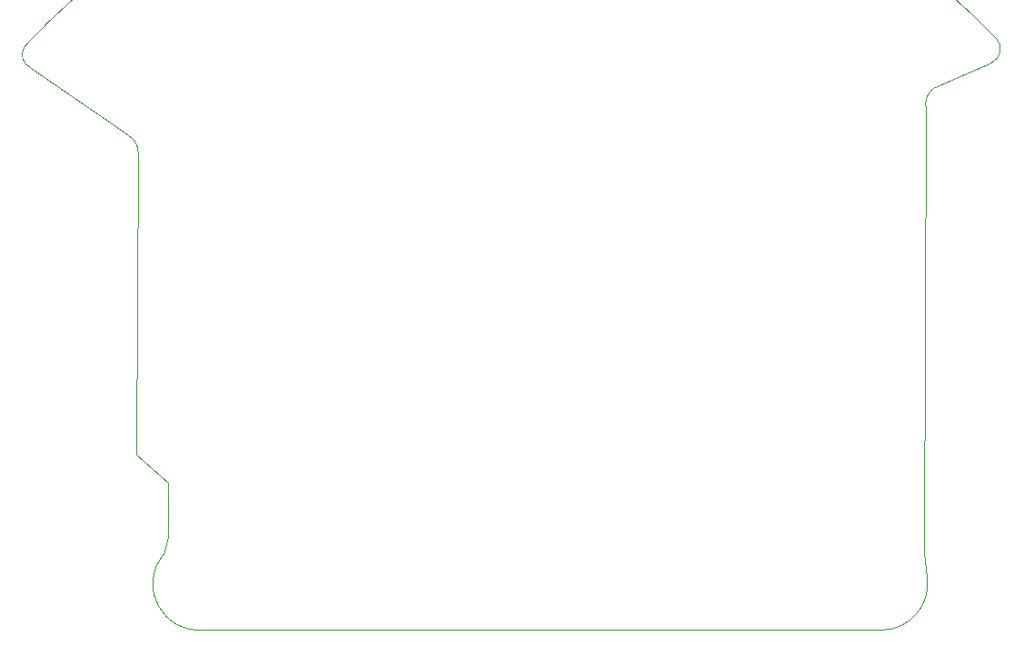
<source format=gbr>
%TF.GenerationSoftware,KiCad,Pcbnew,(5.99.0-13050-gf79cb382c4)*%
%TF.CreationDate,2021-11-18T10:13:38-08:00*%
%TF.ProjectId,S_Alarm,535f416c-6172-46d2-9e6b-696361645f70,rev?*%
%TF.SameCoordinates,Original*%
%TF.FileFunction,Profile,NP*%
%FSLAX46Y46*%
G04 Gerber Fmt 4.6, Leading zero omitted, Abs format (unit mm)*
G04 Created by KiCad (PCBNEW (5.99.0-13050-gf79cb382c4)) date 2021-11-18 10:13:38*
%MOMM*%
%LPD*%
G01*
G04 APERTURE LIST*
%TA.AperFunction,Profile*%
%ADD10C,0.100000*%
%TD*%
G04 APERTURE END LIST*
D10*
X85910450Y-95424626D02*
G75*
G03*
X89789000Y-102488999I3370552J-2746373D01*
G01*
X156942594Y-53594000D02*
X156845000Y-95250000D01*
X82550000Y-56261000D02*
X73613104Y-50055490D01*
X156845000Y-95250000D02*
X157099000Y-97536000D01*
X152908000Y-102489000D02*
X89789000Y-102488999D01*
X86360000Y-88773000D02*
X86360000Y-93853000D01*
X83595406Y-58039000D02*
X83439000Y-86106000D01*
X152908000Y-102489000D02*
G75*
G03*
X157099000Y-97536000I-87657J4323787D01*
G01*
X163528643Y-47277770D02*
G75*
G03*
X73025000Y-48006000I-44910644J-42765229D01*
G01*
X86360000Y-93853000D02*
X85910450Y-95424626D01*
X163072337Y-49540843D02*
G75*
G03*
X163528644Y-47277769I-512337J1280843D01*
G01*
X157861000Y-51816000D02*
G75*
G03*
X156942594Y-53594000I1066467J-1677068D01*
G01*
X163072337Y-49540843D02*
X157861000Y-51816000D01*
X83439000Y-86106000D02*
X86360000Y-88773000D01*
X83595406Y-58039000D02*
G75*
G03*
X82550000Y-56261000I-1892653J83514D01*
G01*
X73024999Y-48006000D02*
G75*
G03*
X73613104Y-50055490I1111236J-790253D01*
G01*
M02*

</source>
